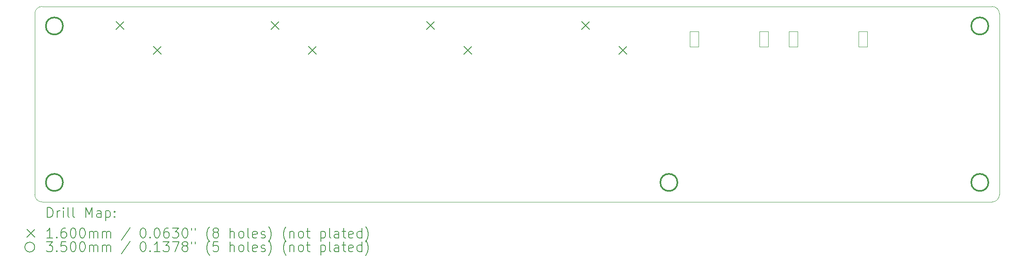
<source format=gbr>
%TF.GenerationSoftware,KiCad,Pcbnew,8.0.1*%
%TF.CreationDate,2024-04-12T14:20:24+02:00*%
%TF.ProjectId,C-Audio Input-Board (CIB),432d4175-6469-46f2-9049-6e7075742d42,rev?*%
%TF.SameCoordinates,Original*%
%TF.FileFunction,Drillmap*%
%TF.FilePolarity,Positive*%
%FSLAX45Y45*%
G04 Gerber Fmt 4.5, Leading zero omitted, Abs format (unit mm)*
G04 Created by KiCad (PCBNEW 8.0.1) date 2024-04-12 14:20:24*
%MOMM*%
%LPD*%
G01*
G04 APERTURE LIST*
%ADD10C,0.050000*%
%ADD11C,0.120000*%
%ADD12C,0.200000*%
%ADD13C,0.160000*%
%ADD14C,0.350000*%
G04 APERTURE END LIST*
D10*
X24650000Y-5650000D02*
X24650000Y-9350000D01*
X24650000Y-9350000D02*
G75*
G02*
X24500000Y-9500000I-150000J0D01*
G01*
X24500000Y-5500000D02*
G75*
G02*
X24650000Y-5650000I0J-150000D01*
G01*
X24500000Y-9500000D02*
X5100000Y-9500000D01*
X5100000Y-9500000D02*
G75*
G02*
X4950000Y-9350000I0J150000D01*
G01*
X5100000Y-5500000D02*
X24500000Y-5500000D01*
X4950000Y-9350000D02*
X4950000Y-5650000D01*
X4950000Y-5650000D02*
G75*
G02*
X5100000Y-5500000I150000J0D01*
G01*
D11*
X20530000Y-6327801D02*
X20350000Y-6327801D01*
X20350000Y-6007801D01*
X20530000Y-6007801D01*
X20530000Y-6327801D01*
X21950000Y-6327801D02*
X21770000Y-6327801D01*
X21770000Y-6007801D01*
X21950000Y-6007801D01*
X21950000Y-6327801D01*
X18510000Y-6328301D02*
X18330000Y-6328301D01*
X18330000Y-6008301D01*
X18510000Y-6008301D01*
X18510000Y-6328301D01*
X19930000Y-6328301D02*
X19750000Y-6328301D01*
X19750000Y-6008301D01*
X19930000Y-6008301D01*
X19930000Y-6328301D01*
D12*
D13*
X6608000Y-5812000D02*
X6768000Y-5972000D01*
X6768000Y-5812000D02*
X6608000Y-5972000D01*
X7370000Y-6320000D02*
X7530000Y-6480000D01*
X7530000Y-6320000D02*
X7370000Y-6480000D01*
X9778667Y-5812000D02*
X9938667Y-5972000D01*
X9938667Y-5812000D02*
X9778667Y-5972000D01*
X10540667Y-6320000D02*
X10700667Y-6480000D01*
X10700667Y-6320000D02*
X10540667Y-6480000D01*
X12949333Y-5812000D02*
X13109333Y-5972000D01*
X13109333Y-5812000D02*
X12949333Y-5972000D01*
X13711333Y-6320000D02*
X13871333Y-6480000D01*
X13871333Y-6320000D02*
X13711333Y-6480000D01*
X16120000Y-5812000D02*
X16280000Y-5972000D01*
X16280000Y-5812000D02*
X16120000Y-5972000D01*
X16882000Y-6320000D02*
X17042000Y-6480000D01*
X17042000Y-6320000D02*
X16882000Y-6480000D01*
D14*
X5525000Y-5900000D02*
G75*
G02*
X5175000Y-5900000I-175000J0D01*
G01*
X5175000Y-5900000D02*
G75*
G02*
X5525000Y-5900000I175000J0D01*
G01*
X5525000Y-9100000D02*
G75*
G02*
X5175000Y-9100000I-175000J0D01*
G01*
X5175000Y-9100000D02*
G75*
G02*
X5525000Y-9100000I175000J0D01*
G01*
X18075000Y-9100000D02*
G75*
G02*
X17725000Y-9100000I-175000J0D01*
G01*
X17725000Y-9100000D02*
G75*
G02*
X18075000Y-9100000I175000J0D01*
G01*
X24425000Y-5900000D02*
G75*
G02*
X24075000Y-5900000I-175000J0D01*
G01*
X24075000Y-5900000D02*
G75*
G02*
X24425000Y-5900000I175000J0D01*
G01*
X24425000Y-9100000D02*
G75*
G02*
X24075000Y-9100000I-175000J0D01*
G01*
X24075000Y-9100000D02*
G75*
G02*
X24425000Y-9100000I175000J0D01*
G01*
D12*
X5208277Y-9813984D02*
X5208277Y-9613984D01*
X5208277Y-9613984D02*
X5255896Y-9613984D01*
X5255896Y-9613984D02*
X5284467Y-9623508D01*
X5284467Y-9623508D02*
X5303515Y-9642555D01*
X5303515Y-9642555D02*
X5313039Y-9661603D01*
X5313039Y-9661603D02*
X5322563Y-9699698D01*
X5322563Y-9699698D02*
X5322563Y-9728270D01*
X5322563Y-9728270D02*
X5313039Y-9766365D01*
X5313039Y-9766365D02*
X5303515Y-9785412D01*
X5303515Y-9785412D02*
X5284467Y-9804460D01*
X5284467Y-9804460D02*
X5255896Y-9813984D01*
X5255896Y-9813984D02*
X5208277Y-9813984D01*
X5408277Y-9813984D02*
X5408277Y-9680650D01*
X5408277Y-9718746D02*
X5417801Y-9699698D01*
X5417801Y-9699698D02*
X5427324Y-9690174D01*
X5427324Y-9690174D02*
X5446372Y-9680650D01*
X5446372Y-9680650D02*
X5465420Y-9680650D01*
X5532086Y-9813984D02*
X5532086Y-9680650D01*
X5532086Y-9613984D02*
X5522563Y-9623508D01*
X5522563Y-9623508D02*
X5532086Y-9633031D01*
X5532086Y-9633031D02*
X5541610Y-9623508D01*
X5541610Y-9623508D02*
X5532086Y-9613984D01*
X5532086Y-9613984D02*
X5532086Y-9633031D01*
X5655896Y-9813984D02*
X5636848Y-9804460D01*
X5636848Y-9804460D02*
X5627324Y-9785412D01*
X5627324Y-9785412D02*
X5627324Y-9613984D01*
X5760658Y-9813984D02*
X5741610Y-9804460D01*
X5741610Y-9804460D02*
X5732086Y-9785412D01*
X5732086Y-9785412D02*
X5732086Y-9613984D01*
X5989229Y-9813984D02*
X5989229Y-9613984D01*
X5989229Y-9613984D02*
X6055896Y-9756841D01*
X6055896Y-9756841D02*
X6122562Y-9613984D01*
X6122562Y-9613984D02*
X6122562Y-9813984D01*
X6303515Y-9813984D02*
X6303515Y-9709222D01*
X6303515Y-9709222D02*
X6293991Y-9690174D01*
X6293991Y-9690174D02*
X6274943Y-9680650D01*
X6274943Y-9680650D02*
X6236848Y-9680650D01*
X6236848Y-9680650D02*
X6217801Y-9690174D01*
X6303515Y-9804460D02*
X6284467Y-9813984D01*
X6284467Y-9813984D02*
X6236848Y-9813984D01*
X6236848Y-9813984D02*
X6217801Y-9804460D01*
X6217801Y-9804460D02*
X6208277Y-9785412D01*
X6208277Y-9785412D02*
X6208277Y-9766365D01*
X6208277Y-9766365D02*
X6217801Y-9747317D01*
X6217801Y-9747317D02*
X6236848Y-9737793D01*
X6236848Y-9737793D02*
X6284467Y-9737793D01*
X6284467Y-9737793D02*
X6303515Y-9728270D01*
X6398753Y-9680650D02*
X6398753Y-9880650D01*
X6398753Y-9690174D02*
X6417801Y-9680650D01*
X6417801Y-9680650D02*
X6455896Y-9680650D01*
X6455896Y-9680650D02*
X6474943Y-9690174D01*
X6474943Y-9690174D02*
X6484467Y-9699698D01*
X6484467Y-9699698D02*
X6493991Y-9718746D01*
X6493991Y-9718746D02*
X6493991Y-9775889D01*
X6493991Y-9775889D02*
X6484467Y-9794936D01*
X6484467Y-9794936D02*
X6474943Y-9804460D01*
X6474943Y-9804460D02*
X6455896Y-9813984D01*
X6455896Y-9813984D02*
X6417801Y-9813984D01*
X6417801Y-9813984D02*
X6398753Y-9804460D01*
X6579705Y-9794936D02*
X6589229Y-9804460D01*
X6589229Y-9804460D02*
X6579705Y-9813984D01*
X6579705Y-9813984D02*
X6570182Y-9804460D01*
X6570182Y-9804460D02*
X6579705Y-9794936D01*
X6579705Y-9794936D02*
X6579705Y-9813984D01*
X6579705Y-9690174D02*
X6589229Y-9699698D01*
X6589229Y-9699698D02*
X6579705Y-9709222D01*
X6579705Y-9709222D02*
X6570182Y-9699698D01*
X6570182Y-9699698D02*
X6579705Y-9690174D01*
X6579705Y-9690174D02*
X6579705Y-9709222D01*
D13*
X4787500Y-10062500D02*
X4947500Y-10222500D01*
X4947500Y-10062500D02*
X4787500Y-10222500D01*
D12*
X5313039Y-10233984D02*
X5198753Y-10233984D01*
X5255896Y-10233984D02*
X5255896Y-10033984D01*
X5255896Y-10033984D02*
X5236848Y-10062555D01*
X5236848Y-10062555D02*
X5217801Y-10081603D01*
X5217801Y-10081603D02*
X5198753Y-10091127D01*
X5398753Y-10214936D02*
X5408277Y-10224460D01*
X5408277Y-10224460D02*
X5398753Y-10233984D01*
X5398753Y-10233984D02*
X5389229Y-10224460D01*
X5389229Y-10224460D02*
X5398753Y-10214936D01*
X5398753Y-10214936D02*
X5398753Y-10233984D01*
X5579705Y-10033984D02*
X5541610Y-10033984D01*
X5541610Y-10033984D02*
X5522563Y-10043508D01*
X5522563Y-10043508D02*
X5513039Y-10053031D01*
X5513039Y-10053031D02*
X5493991Y-10081603D01*
X5493991Y-10081603D02*
X5484467Y-10119698D01*
X5484467Y-10119698D02*
X5484467Y-10195889D01*
X5484467Y-10195889D02*
X5493991Y-10214936D01*
X5493991Y-10214936D02*
X5503515Y-10224460D01*
X5503515Y-10224460D02*
X5522563Y-10233984D01*
X5522563Y-10233984D02*
X5560658Y-10233984D01*
X5560658Y-10233984D02*
X5579705Y-10224460D01*
X5579705Y-10224460D02*
X5589229Y-10214936D01*
X5589229Y-10214936D02*
X5598753Y-10195889D01*
X5598753Y-10195889D02*
X5598753Y-10148270D01*
X5598753Y-10148270D02*
X5589229Y-10129222D01*
X5589229Y-10129222D02*
X5579705Y-10119698D01*
X5579705Y-10119698D02*
X5560658Y-10110174D01*
X5560658Y-10110174D02*
X5522563Y-10110174D01*
X5522563Y-10110174D02*
X5503515Y-10119698D01*
X5503515Y-10119698D02*
X5493991Y-10129222D01*
X5493991Y-10129222D02*
X5484467Y-10148270D01*
X5722562Y-10033984D02*
X5741610Y-10033984D01*
X5741610Y-10033984D02*
X5760658Y-10043508D01*
X5760658Y-10043508D02*
X5770182Y-10053031D01*
X5770182Y-10053031D02*
X5779705Y-10072079D01*
X5779705Y-10072079D02*
X5789229Y-10110174D01*
X5789229Y-10110174D02*
X5789229Y-10157793D01*
X5789229Y-10157793D02*
X5779705Y-10195889D01*
X5779705Y-10195889D02*
X5770182Y-10214936D01*
X5770182Y-10214936D02*
X5760658Y-10224460D01*
X5760658Y-10224460D02*
X5741610Y-10233984D01*
X5741610Y-10233984D02*
X5722562Y-10233984D01*
X5722562Y-10233984D02*
X5703515Y-10224460D01*
X5703515Y-10224460D02*
X5693991Y-10214936D01*
X5693991Y-10214936D02*
X5684467Y-10195889D01*
X5684467Y-10195889D02*
X5674943Y-10157793D01*
X5674943Y-10157793D02*
X5674943Y-10110174D01*
X5674943Y-10110174D02*
X5684467Y-10072079D01*
X5684467Y-10072079D02*
X5693991Y-10053031D01*
X5693991Y-10053031D02*
X5703515Y-10043508D01*
X5703515Y-10043508D02*
X5722562Y-10033984D01*
X5913039Y-10033984D02*
X5932086Y-10033984D01*
X5932086Y-10033984D02*
X5951134Y-10043508D01*
X5951134Y-10043508D02*
X5960658Y-10053031D01*
X5960658Y-10053031D02*
X5970182Y-10072079D01*
X5970182Y-10072079D02*
X5979705Y-10110174D01*
X5979705Y-10110174D02*
X5979705Y-10157793D01*
X5979705Y-10157793D02*
X5970182Y-10195889D01*
X5970182Y-10195889D02*
X5960658Y-10214936D01*
X5960658Y-10214936D02*
X5951134Y-10224460D01*
X5951134Y-10224460D02*
X5932086Y-10233984D01*
X5932086Y-10233984D02*
X5913039Y-10233984D01*
X5913039Y-10233984D02*
X5893991Y-10224460D01*
X5893991Y-10224460D02*
X5884467Y-10214936D01*
X5884467Y-10214936D02*
X5874943Y-10195889D01*
X5874943Y-10195889D02*
X5865420Y-10157793D01*
X5865420Y-10157793D02*
X5865420Y-10110174D01*
X5865420Y-10110174D02*
X5874943Y-10072079D01*
X5874943Y-10072079D02*
X5884467Y-10053031D01*
X5884467Y-10053031D02*
X5893991Y-10043508D01*
X5893991Y-10043508D02*
X5913039Y-10033984D01*
X6065420Y-10233984D02*
X6065420Y-10100650D01*
X6065420Y-10119698D02*
X6074943Y-10110174D01*
X6074943Y-10110174D02*
X6093991Y-10100650D01*
X6093991Y-10100650D02*
X6122563Y-10100650D01*
X6122563Y-10100650D02*
X6141610Y-10110174D01*
X6141610Y-10110174D02*
X6151134Y-10129222D01*
X6151134Y-10129222D02*
X6151134Y-10233984D01*
X6151134Y-10129222D02*
X6160658Y-10110174D01*
X6160658Y-10110174D02*
X6179705Y-10100650D01*
X6179705Y-10100650D02*
X6208277Y-10100650D01*
X6208277Y-10100650D02*
X6227324Y-10110174D01*
X6227324Y-10110174D02*
X6236848Y-10129222D01*
X6236848Y-10129222D02*
X6236848Y-10233984D01*
X6332086Y-10233984D02*
X6332086Y-10100650D01*
X6332086Y-10119698D02*
X6341610Y-10110174D01*
X6341610Y-10110174D02*
X6360658Y-10100650D01*
X6360658Y-10100650D02*
X6389229Y-10100650D01*
X6389229Y-10100650D02*
X6408277Y-10110174D01*
X6408277Y-10110174D02*
X6417801Y-10129222D01*
X6417801Y-10129222D02*
X6417801Y-10233984D01*
X6417801Y-10129222D02*
X6427324Y-10110174D01*
X6427324Y-10110174D02*
X6446372Y-10100650D01*
X6446372Y-10100650D02*
X6474943Y-10100650D01*
X6474943Y-10100650D02*
X6493991Y-10110174D01*
X6493991Y-10110174D02*
X6503515Y-10129222D01*
X6503515Y-10129222D02*
X6503515Y-10233984D01*
X6893991Y-10024460D02*
X6722563Y-10281603D01*
X7151134Y-10033984D02*
X7170182Y-10033984D01*
X7170182Y-10033984D02*
X7189229Y-10043508D01*
X7189229Y-10043508D02*
X7198753Y-10053031D01*
X7198753Y-10053031D02*
X7208277Y-10072079D01*
X7208277Y-10072079D02*
X7217801Y-10110174D01*
X7217801Y-10110174D02*
X7217801Y-10157793D01*
X7217801Y-10157793D02*
X7208277Y-10195889D01*
X7208277Y-10195889D02*
X7198753Y-10214936D01*
X7198753Y-10214936D02*
X7189229Y-10224460D01*
X7189229Y-10224460D02*
X7170182Y-10233984D01*
X7170182Y-10233984D02*
X7151134Y-10233984D01*
X7151134Y-10233984D02*
X7132086Y-10224460D01*
X7132086Y-10224460D02*
X7122563Y-10214936D01*
X7122563Y-10214936D02*
X7113039Y-10195889D01*
X7113039Y-10195889D02*
X7103515Y-10157793D01*
X7103515Y-10157793D02*
X7103515Y-10110174D01*
X7103515Y-10110174D02*
X7113039Y-10072079D01*
X7113039Y-10072079D02*
X7122563Y-10053031D01*
X7122563Y-10053031D02*
X7132086Y-10043508D01*
X7132086Y-10043508D02*
X7151134Y-10033984D01*
X7303515Y-10214936D02*
X7313039Y-10224460D01*
X7313039Y-10224460D02*
X7303515Y-10233984D01*
X7303515Y-10233984D02*
X7293991Y-10224460D01*
X7293991Y-10224460D02*
X7303515Y-10214936D01*
X7303515Y-10214936D02*
X7303515Y-10233984D01*
X7436848Y-10033984D02*
X7455896Y-10033984D01*
X7455896Y-10033984D02*
X7474944Y-10043508D01*
X7474944Y-10043508D02*
X7484467Y-10053031D01*
X7484467Y-10053031D02*
X7493991Y-10072079D01*
X7493991Y-10072079D02*
X7503515Y-10110174D01*
X7503515Y-10110174D02*
X7503515Y-10157793D01*
X7503515Y-10157793D02*
X7493991Y-10195889D01*
X7493991Y-10195889D02*
X7484467Y-10214936D01*
X7484467Y-10214936D02*
X7474944Y-10224460D01*
X7474944Y-10224460D02*
X7455896Y-10233984D01*
X7455896Y-10233984D02*
X7436848Y-10233984D01*
X7436848Y-10233984D02*
X7417801Y-10224460D01*
X7417801Y-10224460D02*
X7408277Y-10214936D01*
X7408277Y-10214936D02*
X7398753Y-10195889D01*
X7398753Y-10195889D02*
X7389229Y-10157793D01*
X7389229Y-10157793D02*
X7389229Y-10110174D01*
X7389229Y-10110174D02*
X7398753Y-10072079D01*
X7398753Y-10072079D02*
X7408277Y-10053031D01*
X7408277Y-10053031D02*
X7417801Y-10043508D01*
X7417801Y-10043508D02*
X7436848Y-10033984D01*
X7674944Y-10033984D02*
X7636848Y-10033984D01*
X7636848Y-10033984D02*
X7617801Y-10043508D01*
X7617801Y-10043508D02*
X7608277Y-10053031D01*
X7608277Y-10053031D02*
X7589229Y-10081603D01*
X7589229Y-10081603D02*
X7579706Y-10119698D01*
X7579706Y-10119698D02*
X7579706Y-10195889D01*
X7579706Y-10195889D02*
X7589229Y-10214936D01*
X7589229Y-10214936D02*
X7598753Y-10224460D01*
X7598753Y-10224460D02*
X7617801Y-10233984D01*
X7617801Y-10233984D02*
X7655896Y-10233984D01*
X7655896Y-10233984D02*
X7674944Y-10224460D01*
X7674944Y-10224460D02*
X7684467Y-10214936D01*
X7684467Y-10214936D02*
X7693991Y-10195889D01*
X7693991Y-10195889D02*
X7693991Y-10148270D01*
X7693991Y-10148270D02*
X7684467Y-10129222D01*
X7684467Y-10129222D02*
X7674944Y-10119698D01*
X7674944Y-10119698D02*
X7655896Y-10110174D01*
X7655896Y-10110174D02*
X7617801Y-10110174D01*
X7617801Y-10110174D02*
X7598753Y-10119698D01*
X7598753Y-10119698D02*
X7589229Y-10129222D01*
X7589229Y-10129222D02*
X7579706Y-10148270D01*
X7760658Y-10033984D02*
X7884467Y-10033984D01*
X7884467Y-10033984D02*
X7817801Y-10110174D01*
X7817801Y-10110174D02*
X7846372Y-10110174D01*
X7846372Y-10110174D02*
X7865420Y-10119698D01*
X7865420Y-10119698D02*
X7874944Y-10129222D01*
X7874944Y-10129222D02*
X7884467Y-10148270D01*
X7884467Y-10148270D02*
X7884467Y-10195889D01*
X7884467Y-10195889D02*
X7874944Y-10214936D01*
X7874944Y-10214936D02*
X7865420Y-10224460D01*
X7865420Y-10224460D02*
X7846372Y-10233984D01*
X7846372Y-10233984D02*
X7789229Y-10233984D01*
X7789229Y-10233984D02*
X7770182Y-10224460D01*
X7770182Y-10224460D02*
X7760658Y-10214936D01*
X8008277Y-10033984D02*
X8027325Y-10033984D01*
X8027325Y-10033984D02*
X8046372Y-10043508D01*
X8046372Y-10043508D02*
X8055896Y-10053031D01*
X8055896Y-10053031D02*
X8065420Y-10072079D01*
X8065420Y-10072079D02*
X8074944Y-10110174D01*
X8074944Y-10110174D02*
X8074944Y-10157793D01*
X8074944Y-10157793D02*
X8065420Y-10195889D01*
X8065420Y-10195889D02*
X8055896Y-10214936D01*
X8055896Y-10214936D02*
X8046372Y-10224460D01*
X8046372Y-10224460D02*
X8027325Y-10233984D01*
X8027325Y-10233984D02*
X8008277Y-10233984D01*
X8008277Y-10233984D02*
X7989229Y-10224460D01*
X7989229Y-10224460D02*
X7979706Y-10214936D01*
X7979706Y-10214936D02*
X7970182Y-10195889D01*
X7970182Y-10195889D02*
X7960658Y-10157793D01*
X7960658Y-10157793D02*
X7960658Y-10110174D01*
X7960658Y-10110174D02*
X7970182Y-10072079D01*
X7970182Y-10072079D02*
X7979706Y-10053031D01*
X7979706Y-10053031D02*
X7989229Y-10043508D01*
X7989229Y-10043508D02*
X8008277Y-10033984D01*
X8151134Y-10033984D02*
X8151134Y-10072079D01*
X8227325Y-10033984D02*
X8227325Y-10072079D01*
X8522563Y-10310174D02*
X8513039Y-10300650D01*
X8513039Y-10300650D02*
X8493991Y-10272079D01*
X8493991Y-10272079D02*
X8484468Y-10253031D01*
X8484468Y-10253031D02*
X8474944Y-10224460D01*
X8474944Y-10224460D02*
X8465420Y-10176841D01*
X8465420Y-10176841D02*
X8465420Y-10138746D01*
X8465420Y-10138746D02*
X8474944Y-10091127D01*
X8474944Y-10091127D02*
X8484468Y-10062555D01*
X8484468Y-10062555D02*
X8493991Y-10043508D01*
X8493991Y-10043508D02*
X8513039Y-10014936D01*
X8513039Y-10014936D02*
X8522563Y-10005412D01*
X8627325Y-10119698D02*
X8608277Y-10110174D01*
X8608277Y-10110174D02*
X8598753Y-10100650D01*
X8598753Y-10100650D02*
X8589230Y-10081603D01*
X8589230Y-10081603D02*
X8589230Y-10072079D01*
X8589230Y-10072079D02*
X8598753Y-10053031D01*
X8598753Y-10053031D02*
X8608277Y-10043508D01*
X8608277Y-10043508D02*
X8627325Y-10033984D01*
X8627325Y-10033984D02*
X8665420Y-10033984D01*
X8665420Y-10033984D02*
X8684468Y-10043508D01*
X8684468Y-10043508D02*
X8693991Y-10053031D01*
X8693991Y-10053031D02*
X8703515Y-10072079D01*
X8703515Y-10072079D02*
X8703515Y-10081603D01*
X8703515Y-10081603D02*
X8693991Y-10100650D01*
X8693991Y-10100650D02*
X8684468Y-10110174D01*
X8684468Y-10110174D02*
X8665420Y-10119698D01*
X8665420Y-10119698D02*
X8627325Y-10119698D01*
X8627325Y-10119698D02*
X8608277Y-10129222D01*
X8608277Y-10129222D02*
X8598753Y-10138746D01*
X8598753Y-10138746D02*
X8589230Y-10157793D01*
X8589230Y-10157793D02*
X8589230Y-10195889D01*
X8589230Y-10195889D02*
X8598753Y-10214936D01*
X8598753Y-10214936D02*
X8608277Y-10224460D01*
X8608277Y-10224460D02*
X8627325Y-10233984D01*
X8627325Y-10233984D02*
X8665420Y-10233984D01*
X8665420Y-10233984D02*
X8684468Y-10224460D01*
X8684468Y-10224460D02*
X8693991Y-10214936D01*
X8693991Y-10214936D02*
X8703515Y-10195889D01*
X8703515Y-10195889D02*
X8703515Y-10157793D01*
X8703515Y-10157793D02*
X8693991Y-10138746D01*
X8693991Y-10138746D02*
X8684468Y-10129222D01*
X8684468Y-10129222D02*
X8665420Y-10119698D01*
X8941611Y-10233984D02*
X8941611Y-10033984D01*
X9027325Y-10233984D02*
X9027325Y-10129222D01*
X9027325Y-10129222D02*
X9017801Y-10110174D01*
X9017801Y-10110174D02*
X8998753Y-10100650D01*
X8998753Y-10100650D02*
X8970182Y-10100650D01*
X8970182Y-10100650D02*
X8951134Y-10110174D01*
X8951134Y-10110174D02*
X8941611Y-10119698D01*
X9151134Y-10233984D02*
X9132087Y-10224460D01*
X9132087Y-10224460D02*
X9122563Y-10214936D01*
X9122563Y-10214936D02*
X9113039Y-10195889D01*
X9113039Y-10195889D02*
X9113039Y-10138746D01*
X9113039Y-10138746D02*
X9122563Y-10119698D01*
X9122563Y-10119698D02*
X9132087Y-10110174D01*
X9132087Y-10110174D02*
X9151134Y-10100650D01*
X9151134Y-10100650D02*
X9179706Y-10100650D01*
X9179706Y-10100650D02*
X9198753Y-10110174D01*
X9198753Y-10110174D02*
X9208277Y-10119698D01*
X9208277Y-10119698D02*
X9217801Y-10138746D01*
X9217801Y-10138746D02*
X9217801Y-10195889D01*
X9217801Y-10195889D02*
X9208277Y-10214936D01*
X9208277Y-10214936D02*
X9198753Y-10224460D01*
X9198753Y-10224460D02*
X9179706Y-10233984D01*
X9179706Y-10233984D02*
X9151134Y-10233984D01*
X9332087Y-10233984D02*
X9313039Y-10224460D01*
X9313039Y-10224460D02*
X9303515Y-10205412D01*
X9303515Y-10205412D02*
X9303515Y-10033984D01*
X9484468Y-10224460D02*
X9465420Y-10233984D01*
X9465420Y-10233984D02*
X9427325Y-10233984D01*
X9427325Y-10233984D02*
X9408277Y-10224460D01*
X9408277Y-10224460D02*
X9398753Y-10205412D01*
X9398753Y-10205412D02*
X9398753Y-10129222D01*
X9398753Y-10129222D02*
X9408277Y-10110174D01*
X9408277Y-10110174D02*
X9427325Y-10100650D01*
X9427325Y-10100650D02*
X9465420Y-10100650D01*
X9465420Y-10100650D02*
X9484468Y-10110174D01*
X9484468Y-10110174D02*
X9493992Y-10129222D01*
X9493992Y-10129222D02*
X9493992Y-10148270D01*
X9493992Y-10148270D02*
X9398753Y-10167317D01*
X9570182Y-10224460D02*
X9589230Y-10233984D01*
X9589230Y-10233984D02*
X9627325Y-10233984D01*
X9627325Y-10233984D02*
X9646373Y-10224460D01*
X9646373Y-10224460D02*
X9655896Y-10205412D01*
X9655896Y-10205412D02*
X9655896Y-10195889D01*
X9655896Y-10195889D02*
X9646373Y-10176841D01*
X9646373Y-10176841D02*
X9627325Y-10167317D01*
X9627325Y-10167317D02*
X9598753Y-10167317D01*
X9598753Y-10167317D02*
X9579706Y-10157793D01*
X9579706Y-10157793D02*
X9570182Y-10138746D01*
X9570182Y-10138746D02*
X9570182Y-10129222D01*
X9570182Y-10129222D02*
X9579706Y-10110174D01*
X9579706Y-10110174D02*
X9598753Y-10100650D01*
X9598753Y-10100650D02*
X9627325Y-10100650D01*
X9627325Y-10100650D02*
X9646373Y-10110174D01*
X9722563Y-10310174D02*
X9732087Y-10300650D01*
X9732087Y-10300650D02*
X9751134Y-10272079D01*
X9751134Y-10272079D02*
X9760658Y-10253031D01*
X9760658Y-10253031D02*
X9770182Y-10224460D01*
X9770182Y-10224460D02*
X9779706Y-10176841D01*
X9779706Y-10176841D02*
X9779706Y-10138746D01*
X9779706Y-10138746D02*
X9770182Y-10091127D01*
X9770182Y-10091127D02*
X9760658Y-10062555D01*
X9760658Y-10062555D02*
X9751134Y-10043508D01*
X9751134Y-10043508D02*
X9732087Y-10014936D01*
X9732087Y-10014936D02*
X9722563Y-10005412D01*
X10084468Y-10310174D02*
X10074944Y-10300650D01*
X10074944Y-10300650D02*
X10055896Y-10272079D01*
X10055896Y-10272079D02*
X10046373Y-10253031D01*
X10046373Y-10253031D02*
X10036849Y-10224460D01*
X10036849Y-10224460D02*
X10027325Y-10176841D01*
X10027325Y-10176841D02*
X10027325Y-10138746D01*
X10027325Y-10138746D02*
X10036849Y-10091127D01*
X10036849Y-10091127D02*
X10046373Y-10062555D01*
X10046373Y-10062555D02*
X10055896Y-10043508D01*
X10055896Y-10043508D02*
X10074944Y-10014936D01*
X10074944Y-10014936D02*
X10084468Y-10005412D01*
X10160658Y-10100650D02*
X10160658Y-10233984D01*
X10160658Y-10119698D02*
X10170182Y-10110174D01*
X10170182Y-10110174D02*
X10189230Y-10100650D01*
X10189230Y-10100650D02*
X10217801Y-10100650D01*
X10217801Y-10100650D02*
X10236849Y-10110174D01*
X10236849Y-10110174D02*
X10246373Y-10129222D01*
X10246373Y-10129222D02*
X10246373Y-10233984D01*
X10370182Y-10233984D02*
X10351134Y-10224460D01*
X10351134Y-10224460D02*
X10341611Y-10214936D01*
X10341611Y-10214936D02*
X10332087Y-10195889D01*
X10332087Y-10195889D02*
X10332087Y-10138746D01*
X10332087Y-10138746D02*
X10341611Y-10119698D01*
X10341611Y-10119698D02*
X10351134Y-10110174D01*
X10351134Y-10110174D02*
X10370182Y-10100650D01*
X10370182Y-10100650D02*
X10398754Y-10100650D01*
X10398754Y-10100650D02*
X10417801Y-10110174D01*
X10417801Y-10110174D02*
X10427325Y-10119698D01*
X10427325Y-10119698D02*
X10436849Y-10138746D01*
X10436849Y-10138746D02*
X10436849Y-10195889D01*
X10436849Y-10195889D02*
X10427325Y-10214936D01*
X10427325Y-10214936D02*
X10417801Y-10224460D01*
X10417801Y-10224460D02*
X10398754Y-10233984D01*
X10398754Y-10233984D02*
X10370182Y-10233984D01*
X10493992Y-10100650D02*
X10570182Y-10100650D01*
X10522563Y-10033984D02*
X10522563Y-10205412D01*
X10522563Y-10205412D02*
X10532087Y-10224460D01*
X10532087Y-10224460D02*
X10551134Y-10233984D01*
X10551134Y-10233984D02*
X10570182Y-10233984D01*
X10789230Y-10100650D02*
X10789230Y-10300650D01*
X10789230Y-10110174D02*
X10808277Y-10100650D01*
X10808277Y-10100650D02*
X10846373Y-10100650D01*
X10846373Y-10100650D02*
X10865420Y-10110174D01*
X10865420Y-10110174D02*
X10874944Y-10119698D01*
X10874944Y-10119698D02*
X10884468Y-10138746D01*
X10884468Y-10138746D02*
X10884468Y-10195889D01*
X10884468Y-10195889D02*
X10874944Y-10214936D01*
X10874944Y-10214936D02*
X10865420Y-10224460D01*
X10865420Y-10224460D02*
X10846373Y-10233984D01*
X10846373Y-10233984D02*
X10808277Y-10233984D01*
X10808277Y-10233984D02*
X10789230Y-10224460D01*
X10998754Y-10233984D02*
X10979706Y-10224460D01*
X10979706Y-10224460D02*
X10970182Y-10205412D01*
X10970182Y-10205412D02*
X10970182Y-10033984D01*
X11160658Y-10233984D02*
X11160658Y-10129222D01*
X11160658Y-10129222D02*
X11151135Y-10110174D01*
X11151135Y-10110174D02*
X11132087Y-10100650D01*
X11132087Y-10100650D02*
X11093992Y-10100650D01*
X11093992Y-10100650D02*
X11074944Y-10110174D01*
X11160658Y-10224460D02*
X11141611Y-10233984D01*
X11141611Y-10233984D02*
X11093992Y-10233984D01*
X11093992Y-10233984D02*
X11074944Y-10224460D01*
X11074944Y-10224460D02*
X11065420Y-10205412D01*
X11065420Y-10205412D02*
X11065420Y-10186365D01*
X11065420Y-10186365D02*
X11074944Y-10167317D01*
X11074944Y-10167317D02*
X11093992Y-10157793D01*
X11093992Y-10157793D02*
X11141611Y-10157793D01*
X11141611Y-10157793D02*
X11160658Y-10148270D01*
X11227325Y-10100650D02*
X11303515Y-10100650D01*
X11255896Y-10033984D02*
X11255896Y-10205412D01*
X11255896Y-10205412D02*
X11265420Y-10224460D01*
X11265420Y-10224460D02*
X11284468Y-10233984D01*
X11284468Y-10233984D02*
X11303515Y-10233984D01*
X11446373Y-10224460D02*
X11427325Y-10233984D01*
X11427325Y-10233984D02*
X11389230Y-10233984D01*
X11389230Y-10233984D02*
X11370182Y-10224460D01*
X11370182Y-10224460D02*
X11360658Y-10205412D01*
X11360658Y-10205412D02*
X11360658Y-10129222D01*
X11360658Y-10129222D02*
X11370182Y-10110174D01*
X11370182Y-10110174D02*
X11389230Y-10100650D01*
X11389230Y-10100650D02*
X11427325Y-10100650D01*
X11427325Y-10100650D02*
X11446373Y-10110174D01*
X11446373Y-10110174D02*
X11455896Y-10129222D01*
X11455896Y-10129222D02*
X11455896Y-10148270D01*
X11455896Y-10148270D02*
X11360658Y-10167317D01*
X11627325Y-10233984D02*
X11627325Y-10033984D01*
X11627325Y-10224460D02*
X11608277Y-10233984D01*
X11608277Y-10233984D02*
X11570182Y-10233984D01*
X11570182Y-10233984D02*
X11551134Y-10224460D01*
X11551134Y-10224460D02*
X11541611Y-10214936D01*
X11541611Y-10214936D02*
X11532087Y-10195889D01*
X11532087Y-10195889D02*
X11532087Y-10138746D01*
X11532087Y-10138746D02*
X11541611Y-10119698D01*
X11541611Y-10119698D02*
X11551134Y-10110174D01*
X11551134Y-10110174D02*
X11570182Y-10100650D01*
X11570182Y-10100650D02*
X11608277Y-10100650D01*
X11608277Y-10100650D02*
X11627325Y-10110174D01*
X11703515Y-10310174D02*
X11713039Y-10300650D01*
X11713039Y-10300650D02*
X11732087Y-10272079D01*
X11732087Y-10272079D02*
X11741611Y-10253031D01*
X11741611Y-10253031D02*
X11751134Y-10224460D01*
X11751134Y-10224460D02*
X11760658Y-10176841D01*
X11760658Y-10176841D02*
X11760658Y-10138746D01*
X11760658Y-10138746D02*
X11751134Y-10091127D01*
X11751134Y-10091127D02*
X11741611Y-10062555D01*
X11741611Y-10062555D02*
X11732087Y-10043508D01*
X11732087Y-10043508D02*
X11713039Y-10014936D01*
X11713039Y-10014936D02*
X11703515Y-10005412D01*
X4947500Y-10422500D02*
G75*
G02*
X4747500Y-10422500I-100000J0D01*
G01*
X4747500Y-10422500D02*
G75*
G02*
X4947500Y-10422500I100000J0D01*
G01*
X5189229Y-10313984D02*
X5313039Y-10313984D01*
X5313039Y-10313984D02*
X5246372Y-10390174D01*
X5246372Y-10390174D02*
X5274944Y-10390174D01*
X5274944Y-10390174D02*
X5293991Y-10399698D01*
X5293991Y-10399698D02*
X5303515Y-10409222D01*
X5303515Y-10409222D02*
X5313039Y-10428270D01*
X5313039Y-10428270D02*
X5313039Y-10475889D01*
X5313039Y-10475889D02*
X5303515Y-10494936D01*
X5303515Y-10494936D02*
X5293991Y-10504460D01*
X5293991Y-10504460D02*
X5274944Y-10513984D01*
X5274944Y-10513984D02*
X5217801Y-10513984D01*
X5217801Y-10513984D02*
X5198753Y-10504460D01*
X5198753Y-10504460D02*
X5189229Y-10494936D01*
X5398753Y-10494936D02*
X5408277Y-10504460D01*
X5408277Y-10504460D02*
X5398753Y-10513984D01*
X5398753Y-10513984D02*
X5389229Y-10504460D01*
X5389229Y-10504460D02*
X5398753Y-10494936D01*
X5398753Y-10494936D02*
X5398753Y-10513984D01*
X5589229Y-10313984D02*
X5493991Y-10313984D01*
X5493991Y-10313984D02*
X5484467Y-10409222D01*
X5484467Y-10409222D02*
X5493991Y-10399698D01*
X5493991Y-10399698D02*
X5513039Y-10390174D01*
X5513039Y-10390174D02*
X5560658Y-10390174D01*
X5560658Y-10390174D02*
X5579705Y-10399698D01*
X5579705Y-10399698D02*
X5589229Y-10409222D01*
X5589229Y-10409222D02*
X5598753Y-10428270D01*
X5598753Y-10428270D02*
X5598753Y-10475889D01*
X5598753Y-10475889D02*
X5589229Y-10494936D01*
X5589229Y-10494936D02*
X5579705Y-10504460D01*
X5579705Y-10504460D02*
X5560658Y-10513984D01*
X5560658Y-10513984D02*
X5513039Y-10513984D01*
X5513039Y-10513984D02*
X5493991Y-10504460D01*
X5493991Y-10504460D02*
X5484467Y-10494936D01*
X5722562Y-10313984D02*
X5741610Y-10313984D01*
X5741610Y-10313984D02*
X5760658Y-10323508D01*
X5760658Y-10323508D02*
X5770182Y-10333031D01*
X5770182Y-10333031D02*
X5779705Y-10352079D01*
X5779705Y-10352079D02*
X5789229Y-10390174D01*
X5789229Y-10390174D02*
X5789229Y-10437793D01*
X5789229Y-10437793D02*
X5779705Y-10475889D01*
X5779705Y-10475889D02*
X5770182Y-10494936D01*
X5770182Y-10494936D02*
X5760658Y-10504460D01*
X5760658Y-10504460D02*
X5741610Y-10513984D01*
X5741610Y-10513984D02*
X5722562Y-10513984D01*
X5722562Y-10513984D02*
X5703515Y-10504460D01*
X5703515Y-10504460D02*
X5693991Y-10494936D01*
X5693991Y-10494936D02*
X5684467Y-10475889D01*
X5684467Y-10475889D02*
X5674943Y-10437793D01*
X5674943Y-10437793D02*
X5674943Y-10390174D01*
X5674943Y-10390174D02*
X5684467Y-10352079D01*
X5684467Y-10352079D02*
X5693991Y-10333031D01*
X5693991Y-10333031D02*
X5703515Y-10323508D01*
X5703515Y-10323508D02*
X5722562Y-10313984D01*
X5913039Y-10313984D02*
X5932086Y-10313984D01*
X5932086Y-10313984D02*
X5951134Y-10323508D01*
X5951134Y-10323508D02*
X5960658Y-10333031D01*
X5960658Y-10333031D02*
X5970182Y-10352079D01*
X5970182Y-10352079D02*
X5979705Y-10390174D01*
X5979705Y-10390174D02*
X5979705Y-10437793D01*
X5979705Y-10437793D02*
X5970182Y-10475889D01*
X5970182Y-10475889D02*
X5960658Y-10494936D01*
X5960658Y-10494936D02*
X5951134Y-10504460D01*
X5951134Y-10504460D02*
X5932086Y-10513984D01*
X5932086Y-10513984D02*
X5913039Y-10513984D01*
X5913039Y-10513984D02*
X5893991Y-10504460D01*
X5893991Y-10504460D02*
X5884467Y-10494936D01*
X5884467Y-10494936D02*
X5874943Y-10475889D01*
X5874943Y-10475889D02*
X5865420Y-10437793D01*
X5865420Y-10437793D02*
X5865420Y-10390174D01*
X5865420Y-10390174D02*
X5874943Y-10352079D01*
X5874943Y-10352079D02*
X5884467Y-10333031D01*
X5884467Y-10333031D02*
X5893991Y-10323508D01*
X5893991Y-10323508D02*
X5913039Y-10313984D01*
X6065420Y-10513984D02*
X6065420Y-10380650D01*
X6065420Y-10399698D02*
X6074943Y-10390174D01*
X6074943Y-10390174D02*
X6093991Y-10380650D01*
X6093991Y-10380650D02*
X6122563Y-10380650D01*
X6122563Y-10380650D02*
X6141610Y-10390174D01*
X6141610Y-10390174D02*
X6151134Y-10409222D01*
X6151134Y-10409222D02*
X6151134Y-10513984D01*
X6151134Y-10409222D02*
X6160658Y-10390174D01*
X6160658Y-10390174D02*
X6179705Y-10380650D01*
X6179705Y-10380650D02*
X6208277Y-10380650D01*
X6208277Y-10380650D02*
X6227324Y-10390174D01*
X6227324Y-10390174D02*
X6236848Y-10409222D01*
X6236848Y-10409222D02*
X6236848Y-10513984D01*
X6332086Y-10513984D02*
X6332086Y-10380650D01*
X6332086Y-10399698D02*
X6341610Y-10390174D01*
X6341610Y-10390174D02*
X6360658Y-10380650D01*
X6360658Y-10380650D02*
X6389229Y-10380650D01*
X6389229Y-10380650D02*
X6408277Y-10390174D01*
X6408277Y-10390174D02*
X6417801Y-10409222D01*
X6417801Y-10409222D02*
X6417801Y-10513984D01*
X6417801Y-10409222D02*
X6427324Y-10390174D01*
X6427324Y-10390174D02*
X6446372Y-10380650D01*
X6446372Y-10380650D02*
X6474943Y-10380650D01*
X6474943Y-10380650D02*
X6493991Y-10390174D01*
X6493991Y-10390174D02*
X6503515Y-10409222D01*
X6503515Y-10409222D02*
X6503515Y-10513984D01*
X6893991Y-10304460D02*
X6722563Y-10561603D01*
X7151134Y-10313984D02*
X7170182Y-10313984D01*
X7170182Y-10313984D02*
X7189229Y-10323508D01*
X7189229Y-10323508D02*
X7198753Y-10333031D01*
X7198753Y-10333031D02*
X7208277Y-10352079D01*
X7208277Y-10352079D02*
X7217801Y-10390174D01*
X7217801Y-10390174D02*
X7217801Y-10437793D01*
X7217801Y-10437793D02*
X7208277Y-10475889D01*
X7208277Y-10475889D02*
X7198753Y-10494936D01*
X7198753Y-10494936D02*
X7189229Y-10504460D01*
X7189229Y-10504460D02*
X7170182Y-10513984D01*
X7170182Y-10513984D02*
X7151134Y-10513984D01*
X7151134Y-10513984D02*
X7132086Y-10504460D01*
X7132086Y-10504460D02*
X7122563Y-10494936D01*
X7122563Y-10494936D02*
X7113039Y-10475889D01*
X7113039Y-10475889D02*
X7103515Y-10437793D01*
X7103515Y-10437793D02*
X7103515Y-10390174D01*
X7103515Y-10390174D02*
X7113039Y-10352079D01*
X7113039Y-10352079D02*
X7122563Y-10333031D01*
X7122563Y-10333031D02*
X7132086Y-10323508D01*
X7132086Y-10323508D02*
X7151134Y-10313984D01*
X7303515Y-10494936D02*
X7313039Y-10504460D01*
X7313039Y-10504460D02*
X7303515Y-10513984D01*
X7303515Y-10513984D02*
X7293991Y-10504460D01*
X7293991Y-10504460D02*
X7303515Y-10494936D01*
X7303515Y-10494936D02*
X7303515Y-10513984D01*
X7503515Y-10513984D02*
X7389229Y-10513984D01*
X7446372Y-10513984D02*
X7446372Y-10313984D01*
X7446372Y-10313984D02*
X7427325Y-10342555D01*
X7427325Y-10342555D02*
X7408277Y-10361603D01*
X7408277Y-10361603D02*
X7389229Y-10371127D01*
X7570182Y-10313984D02*
X7693991Y-10313984D01*
X7693991Y-10313984D02*
X7627325Y-10390174D01*
X7627325Y-10390174D02*
X7655896Y-10390174D01*
X7655896Y-10390174D02*
X7674944Y-10399698D01*
X7674944Y-10399698D02*
X7684467Y-10409222D01*
X7684467Y-10409222D02*
X7693991Y-10428270D01*
X7693991Y-10428270D02*
X7693991Y-10475889D01*
X7693991Y-10475889D02*
X7684467Y-10494936D01*
X7684467Y-10494936D02*
X7674944Y-10504460D01*
X7674944Y-10504460D02*
X7655896Y-10513984D01*
X7655896Y-10513984D02*
X7598753Y-10513984D01*
X7598753Y-10513984D02*
X7579706Y-10504460D01*
X7579706Y-10504460D02*
X7570182Y-10494936D01*
X7760658Y-10313984D02*
X7893991Y-10313984D01*
X7893991Y-10313984D02*
X7808277Y-10513984D01*
X7998753Y-10399698D02*
X7979706Y-10390174D01*
X7979706Y-10390174D02*
X7970182Y-10380650D01*
X7970182Y-10380650D02*
X7960658Y-10361603D01*
X7960658Y-10361603D02*
X7960658Y-10352079D01*
X7960658Y-10352079D02*
X7970182Y-10333031D01*
X7970182Y-10333031D02*
X7979706Y-10323508D01*
X7979706Y-10323508D02*
X7998753Y-10313984D01*
X7998753Y-10313984D02*
X8036848Y-10313984D01*
X8036848Y-10313984D02*
X8055896Y-10323508D01*
X8055896Y-10323508D02*
X8065420Y-10333031D01*
X8065420Y-10333031D02*
X8074944Y-10352079D01*
X8074944Y-10352079D02*
X8074944Y-10361603D01*
X8074944Y-10361603D02*
X8065420Y-10380650D01*
X8065420Y-10380650D02*
X8055896Y-10390174D01*
X8055896Y-10390174D02*
X8036848Y-10399698D01*
X8036848Y-10399698D02*
X7998753Y-10399698D01*
X7998753Y-10399698D02*
X7979706Y-10409222D01*
X7979706Y-10409222D02*
X7970182Y-10418746D01*
X7970182Y-10418746D02*
X7960658Y-10437793D01*
X7960658Y-10437793D02*
X7960658Y-10475889D01*
X7960658Y-10475889D02*
X7970182Y-10494936D01*
X7970182Y-10494936D02*
X7979706Y-10504460D01*
X7979706Y-10504460D02*
X7998753Y-10513984D01*
X7998753Y-10513984D02*
X8036848Y-10513984D01*
X8036848Y-10513984D02*
X8055896Y-10504460D01*
X8055896Y-10504460D02*
X8065420Y-10494936D01*
X8065420Y-10494936D02*
X8074944Y-10475889D01*
X8074944Y-10475889D02*
X8074944Y-10437793D01*
X8074944Y-10437793D02*
X8065420Y-10418746D01*
X8065420Y-10418746D02*
X8055896Y-10409222D01*
X8055896Y-10409222D02*
X8036848Y-10399698D01*
X8151134Y-10313984D02*
X8151134Y-10352079D01*
X8227325Y-10313984D02*
X8227325Y-10352079D01*
X8522563Y-10590174D02*
X8513039Y-10580650D01*
X8513039Y-10580650D02*
X8493991Y-10552079D01*
X8493991Y-10552079D02*
X8484468Y-10533031D01*
X8484468Y-10533031D02*
X8474944Y-10504460D01*
X8474944Y-10504460D02*
X8465420Y-10456841D01*
X8465420Y-10456841D02*
X8465420Y-10418746D01*
X8465420Y-10418746D02*
X8474944Y-10371127D01*
X8474944Y-10371127D02*
X8484468Y-10342555D01*
X8484468Y-10342555D02*
X8493991Y-10323508D01*
X8493991Y-10323508D02*
X8513039Y-10294936D01*
X8513039Y-10294936D02*
X8522563Y-10285412D01*
X8693991Y-10313984D02*
X8598753Y-10313984D01*
X8598753Y-10313984D02*
X8589230Y-10409222D01*
X8589230Y-10409222D02*
X8598753Y-10399698D01*
X8598753Y-10399698D02*
X8617801Y-10390174D01*
X8617801Y-10390174D02*
X8665420Y-10390174D01*
X8665420Y-10390174D02*
X8684468Y-10399698D01*
X8684468Y-10399698D02*
X8693991Y-10409222D01*
X8693991Y-10409222D02*
X8703515Y-10428270D01*
X8703515Y-10428270D02*
X8703515Y-10475889D01*
X8703515Y-10475889D02*
X8693991Y-10494936D01*
X8693991Y-10494936D02*
X8684468Y-10504460D01*
X8684468Y-10504460D02*
X8665420Y-10513984D01*
X8665420Y-10513984D02*
X8617801Y-10513984D01*
X8617801Y-10513984D02*
X8598753Y-10504460D01*
X8598753Y-10504460D02*
X8589230Y-10494936D01*
X8941611Y-10513984D02*
X8941611Y-10313984D01*
X9027325Y-10513984D02*
X9027325Y-10409222D01*
X9027325Y-10409222D02*
X9017801Y-10390174D01*
X9017801Y-10390174D02*
X8998753Y-10380650D01*
X8998753Y-10380650D02*
X8970182Y-10380650D01*
X8970182Y-10380650D02*
X8951134Y-10390174D01*
X8951134Y-10390174D02*
X8941611Y-10399698D01*
X9151134Y-10513984D02*
X9132087Y-10504460D01*
X9132087Y-10504460D02*
X9122563Y-10494936D01*
X9122563Y-10494936D02*
X9113039Y-10475889D01*
X9113039Y-10475889D02*
X9113039Y-10418746D01*
X9113039Y-10418746D02*
X9122563Y-10399698D01*
X9122563Y-10399698D02*
X9132087Y-10390174D01*
X9132087Y-10390174D02*
X9151134Y-10380650D01*
X9151134Y-10380650D02*
X9179706Y-10380650D01*
X9179706Y-10380650D02*
X9198753Y-10390174D01*
X9198753Y-10390174D02*
X9208277Y-10399698D01*
X9208277Y-10399698D02*
X9217801Y-10418746D01*
X9217801Y-10418746D02*
X9217801Y-10475889D01*
X9217801Y-10475889D02*
X9208277Y-10494936D01*
X9208277Y-10494936D02*
X9198753Y-10504460D01*
X9198753Y-10504460D02*
X9179706Y-10513984D01*
X9179706Y-10513984D02*
X9151134Y-10513984D01*
X9332087Y-10513984D02*
X9313039Y-10504460D01*
X9313039Y-10504460D02*
X9303515Y-10485412D01*
X9303515Y-10485412D02*
X9303515Y-10313984D01*
X9484468Y-10504460D02*
X9465420Y-10513984D01*
X9465420Y-10513984D02*
X9427325Y-10513984D01*
X9427325Y-10513984D02*
X9408277Y-10504460D01*
X9408277Y-10504460D02*
X9398753Y-10485412D01*
X9398753Y-10485412D02*
X9398753Y-10409222D01*
X9398753Y-10409222D02*
X9408277Y-10390174D01*
X9408277Y-10390174D02*
X9427325Y-10380650D01*
X9427325Y-10380650D02*
X9465420Y-10380650D01*
X9465420Y-10380650D02*
X9484468Y-10390174D01*
X9484468Y-10390174D02*
X9493992Y-10409222D01*
X9493992Y-10409222D02*
X9493992Y-10428270D01*
X9493992Y-10428270D02*
X9398753Y-10447317D01*
X9570182Y-10504460D02*
X9589230Y-10513984D01*
X9589230Y-10513984D02*
X9627325Y-10513984D01*
X9627325Y-10513984D02*
X9646373Y-10504460D01*
X9646373Y-10504460D02*
X9655896Y-10485412D01*
X9655896Y-10485412D02*
X9655896Y-10475889D01*
X9655896Y-10475889D02*
X9646373Y-10456841D01*
X9646373Y-10456841D02*
X9627325Y-10447317D01*
X9627325Y-10447317D02*
X9598753Y-10447317D01*
X9598753Y-10447317D02*
X9579706Y-10437793D01*
X9579706Y-10437793D02*
X9570182Y-10418746D01*
X9570182Y-10418746D02*
X9570182Y-10409222D01*
X9570182Y-10409222D02*
X9579706Y-10390174D01*
X9579706Y-10390174D02*
X9598753Y-10380650D01*
X9598753Y-10380650D02*
X9627325Y-10380650D01*
X9627325Y-10380650D02*
X9646373Y-10390174D01*
X9722563Y-10590174D02*
X9732087Y-10580650D01*
X9732087Y-10580650D02*
X9751134Y-10552079D01*
X9751134Y-10552079D02*
X9760658Y-10533031D01*
X9760658Y-10533031D02*
X9770182Y-10504460D01*
X9770182Y-10504460D02*
X9779706Y-10456841D01*
X9779706Y-10456841D02*
X9779706Y-10418746D01*
X9779706Y-10418746D02*
X9770182Y-10371127D01*
X9770182Y-10371127D02*
X9760658Y-10342555D01*
X9760658Y-10342555D02*
X9751134Y-10323508D01*
X9751134Y-10323508D02*
X9732087Y-10294936D01*
X9732087Y-10294936D02*
X9722563Y-10285412D01*
X10084468Y-10590174D02*
X10074944Y-10580650D01*
X10074944Y-10580650D02*
X10055896Y-10552079D01*
X10055896Y-10552079D02*
X10046373Y-10533031D01*
X10046373Y-10533031D02*
X10036849Y-10504460D01*
X10036849Y-10504460D02*
X10027325Y-10456841D01*
X10027325Y-10456841D02*
X10027325Y-10418746D01*
X10027325Y-10418746D02*
X10036849Y-10371127D01*
X10036849Y-10371127D02*
X10046373Y-10342555D01*
X10046373Y-10342555D02*
X10055896Y-10323508D01*
X10055896Y-10323508D02*
X10074944Y-10294936D01*
X10074944Y-10294936D02*
X10084468Y-10285412D01*
X10160658Y-10380650D02*
X10160658Y-10513984D01*
X10160658Y-10399698D02*
X10170182Y-10390174D01*
X10170182Y-10390174D02*
X10189230Y-10380650D01*
X10189230Y-10380650D02*
X10217801Y-10380650D01*
X10217801Y-10380650D02*
X10236849Y-10390174D01*
X10236849Y-10390174D02*
X10246373Y-10409222D01*
X10246373Y-10409222D02*
X10246373Y-10513984D01*
X10370182Y-10513984D02*
X10351134Y-10504460D01*
X10351134Y-10504460D02*
X10341611Y-10494936D01*
X10341611Y-10494936D02*
X10332087Y-10475889D01*
X10332087Y-10475889D02*
X10332087Y-10418746D01*
X10332087Y-10418746D02*
X10341611Y-10399698D01*
X10341611Y-10399698D02*
X10351134Y-10390174D01*
X10351134Y-10390174D02*
X10370182Y-10380650D01*
X10370182Y-10380650D02*
X10398754Y-10380650D01*
X10398754Y-10380650D02*
X10417801Y-10390174D01*
X10417801Y-10390174D02*
X10427325Y-10399698D01*
X10427325Y-10399698D02*
X10436849Y-10418746D01*
X10436849Y-10418746D02*
X10436849Y-10475889D01*
X10436849Y-10475889D02*
X10427325Y-10494936D01*
X10427325Y-10494936D02*
X10417801Y-10504460D01*
X10417801Y-10504460D02*
X10398754Y-10513984D01*
X10398754Y-10513984D02*
X10370182Y-10513984D01*
X10493992Y-10380650D02*
X10570182Y-10380650D01*
X10522563Y-10313984D02*
X10522563Y-10485412D01*
X10522563Y-10485412D02*
X10532087Y-10504460D01*
X10532087Y-10504460D02*
X10551134Y-10513984D01*
X10551134Y-10513984D02*
X10570182Y-10513984D01*
X10789230Y-10380650D02*
X10789230Y-10580650D01*
X10789230Y-10390174D02*
X10808277Y-10380650D01*
X10808277Y-10380650D02*
X10846373Y-10380650D01*
X10846373Y-10380650D02*
X10865420Y-10390174D01*
X10865420Y-10390174D02*
X10874944Y-10399698D01*
X10874944Y-10399698D02*
X10884468Y-10418746D01*
X10884468Y-10418746D02*
X10884468Y-10475889D01*
X10884468Y-10475889D02*
X10874944Y-10494936D01*
X10874944Y-10494936D02*
X10865420Y-10504460D01*
X10865420Y-10504460D02*
X10846373Y-10513984D01*
X10846373Y-10513984D02*
X10808277Y-10513984D01*
X10808277Y-10513984D02*
X10789230Y-10504460D01*
X10998754Y-10513984D02*
X10979706Y-10504460D01*
X10979706Y-10504460D02*
X10970182Y-10485412D01*
X10970182Y-10485412D02*
X10970182Y-10313984D01*
X11160658Y-10513984D02*
X11160658Y-10409222D01*
X11160658Y-10409222D02*
X11151135Y-10390174D01*
X11151135Y-10390174D02*
X11132087Y-10380650D01*
X11132087Y-10380650D02*
X11093992Y-10380650D01*
X11093992Y-10380650D02*
X11074944Y-10390174D01*
X11160658Y-10504460D02*
X11141611Y-10513984D01*
X11141611Y-10513984D02*
X11093992Y-10513984D01*
X11093992Y-10513984D02*
X11074944Y-10504460D01*
X11074944Y-10504460D02*
X11065420Y-10485412D01*
X11065420Y-10485412D02*
X11065420Y-10466365D01*
X11065420Y-10466365D02*
X11074944Y-10447317D01*
X11074944Y-10447317D02*
X11093992Y-10437793D01*
X11093992Y-10437793D02*
X11141611Y-10437793D01*
X11141611Y-10437793D02*
X11160658Y-10428270D01*
X11227325Y-10380650D02*
X11303515Y-10380650D01*
X11255896Y-10313984D02*
X11255896Y-10485412D01*
X11255896Y-10485412D02*
X11265420Y-10504460D01*
X11265420Y-10504460D02*
X11284468Y-10513984D01*
X11284468Y-10513984D02*
X11303515Y-10513984D01*
X11446373Y-10504460D02*
X11427325Y-10513984D01*
X11427325Y-10513984D02*
X11389230Y-10513984D01*
X11389230Y-10513984D02*
X11370182Y-10504460D01*
X11370182Y-10504460D02*
X11360658Y-10485412D01*
X11360658Y-10485412D02*
X11360658Y-10409222D01*
X11360658Y-10409222D02*
X11370182Y-10390174D01*
X11370182Y-10390174D02*
X11389230Y-10380650D01*
X11389230Y-10380650D02*
X11427325Y-10380650D01*
X11427325Y-10380650D02*
X11446373Y-10390174D01*
X11446373Y-10390174D02*
X11455896Y-10409222D01*
X11455896Y-10409222D02*
X11455896Y-10428270D01*
X11455896Y-10428270D02*
X11360658Y-10447317D01*
X11627325Y-10513984D02*
X11627325Y-10313984D01*
X11627325Y-10504460D02*
X11608277Y-10513984D01*
X11608277Y-10513984D02*
X11570182Y-10513984D01*
X11570182Y-10513984D02*
X11551134Y-10504460D01*
X11551134Y-10504460D02*
X11541611Y-10494936D01*
X11541611Y-10494936D02*
X11532087Y-10475889D01*
X11532087Y-10475889D02*
X11532087Y-10418746D01*
X11532087Y-10418746D02*
X11541611Y-10399698D01*
X11541611Y-10399698D02*
X11551134Y-10390174D01*
X11551134Y-10390174D02*
X11570182Y-10380650D01*
X11570182Y-10380650D02*
X11608277Y-10380650D01*
X11608277Y-10380650D02*
X11627325Y-10390174D01*
X11703515Y-10590174D02*
X11713039Y-10580650D01*
X11713039Y-10580650D02*
X11732087Y-10552079D01*
X11732087Y-10552079D02*
X11741611Y-10533031D01*
X11741611Y-10533031D02*
X11751134Y-10504460D01*
X11751134Y-10504460D02*
X11760658Y-10456841D01*
X11760658Y-10456841D02*
X11760658Y-10418746D01*
X11760658Y-10418746D02*
X11751134Y-10371127D01*
X11751134Y-10371127D02*
X11741611Y-10342555D01*
X11741611Y-10342555D02*
X11732087Y-10323508D01*
X11732087Y-10323508D02*
X11713039Y-10294936D01*
X11713039Y-10294936D02*
X11703515Y-10285412D01*
M02*

</source>
